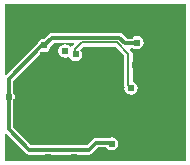
<source format=gbl>
G04*
G04 #@! TF.GenerationSoftware,Altium Limited,Altium Designer,19.0.15 (446)*
G04*
G04 Layer_Physical_Order=4*
G04 Layer_Color=16711680*
%FSLAX24Y24*%
%MOIN*%
G70*
G01*
G75*
%ADD13C,0.0079*%
%ADD42C,0.0240*%
%ADD43C,0.0118*%
G36*
X3214Y-2230D02*
X-2820D01*
Y-1328D01*
X-2770Y-1308D01*
X-2113Y-1965D01*
X-2060Y-2000D01*
X-1998Y-2012D01*
X-2D01*
X61Y-2000D01*
X113Y-1965D01*
X303Y-1774D01*
X564D01*
X589Y-1812D01*
X662Y-1861D01*
X748Y-1878D01*
X834Y-1861D01*
X907Y-1812D01*
X955Y-1739D01*
X972Y-1654D01*
X955Y-1568D01*
X907Y-1495D01*
X834Y-1446D01*
X748Y-1429D01*
X662Y-1446D01*
X657Y-1450D01*
X236D01*
X174Y-1462D01*
X122Y-1498D01*
X-69Y-1688D01*
X-1931D01*
X-2525Y-1094D01*
Y-262D01*
X-2480Y-194D01*
X-2463Y-108D01*
X-2480Y-22D01*
X-2525Y45D01*
Y427D01*
X-1543Y1409D01*
X-1496Y1400D01*
X-1410Y1417D01*
X-1337Y1465D01*
X-1289Y1538D01*
X-1273Y1618D01*
X-1171Y1720D01*
X-515D01*
X-496Y1673D01*
X-560Y1609D01*
X-574Y1589D01*
X-633Y1588D01*
X-639Y1596D01*
X-711Y1644D01*
X-797Y1661D01*
X-883Y1644D01*
X-956Y1596D01*
X-1004Y1523D01*
X-1022Y1437D01*
X-1004Y1351D01*
X-956Y1278D01*
X-883Y1230D01*
X-797Y1213D01*
X-711Y1230D01*
X-704Y1235D01*
X-642Y1216D01*
X-609Y1166D01*
X-536Y1118D01*
X-450Y1101D01*
X-364Y1118D01*
X-291Y1166D01*
X-243Y1239D01*
X-226Y1325D01*
X-243Y1411D01*
X-288Y1479D01*
X-185Y1582D01*
X874Y1582D01*
X1164Y1292D01*
Y290D01*
X1175Y235D01*
X1182Y226D01*
X1176Y196D01*
X1193Y110D01*
X1241Y37D01*
X1314Y-11D01*
X1400Y-28D01*
X1486Y-11D01*
X1559Y37D01*
X1607Y110D01*
X1624Y196D01*
X1607Y282D01*
X1559Y355D01*
X1486Y403D01*
X1448Y411D01*
Y1351D01*
X1437Y1406D01*
X1407Y1452D01*
X1372Y1487D01*
X1391Y1533D01*
X1467D01*
X1504Y1508D01*
X1590Y1491D01*
X1676Y1508D01*
X1749Y1556D01*
X1797Y1629D01*
X1814Y1715D01*
X1797Y1801D01*
X1749Y1874D01*
X1676Y1922D01*
X1590Y1939D01*
X1504Y1922D01*
X1431Y1874D01*
X1420Y1857D01*
X1260D01*
X1121Y1996D01*
X1068Y2032D01*
X1006Y2044D01*
X-1238D01*
X-1300Y2032D01*
X-1353Y1996D01*
X-1502Y1847D01*
X-1582Y1831D01*
X-1655Y1783D01*
X-1703Y1710D01*
X-1704Y1707D01*
X-2770Y640D01*
X-2820Y661D01*
Y3017D01*
X3214D01*
Y-2230D01*
D02*
G37*
D13*
X-244Y1724D02*
X933Y1724D01*
X1306Y290D02*
X1400Y196D01*
X1306Y290D02*
Y1351D01*
X933Y1724D02*
X1306Y1351D01*
X-460Y1345D02*
Y1508D01*
X-244Y1724D01*
D42*
X-492Y-1329D02*
D03*
Y-2106D02*
D03*
X-984Y-984D02*
D03*
X-1506Y-719D02*
D03*
X-797Y1437D02*
D03*
X-1370Y-2110D02*
D03*
X1360D02*
D03*
X1760Y-641D02*
D03*
X2440Y0D02*
D03*
X2120Y405D02*
D03*
X1368Y1939D02*
D03*
X1400Y196D02*
D03*
X1590Y1715D02*
D03*
X1530Y979D02*
D03*
X2410Y1431D02*
D03*
X-150Y1375D02*
D03*
X-450Y1325D02*
D03*
X3091Y1939D02*
D03*
X1998Y-1348D02*
D03*
X3091Y-2106D02*
D03*
X2254Y2894D02*
D03*
X2697Y30D02*
D03*
Y-659D02*
D03*
X-1496Y1624D02*
D03*
X3091Y-1348D02*
D03*
X1998Y-2106D02*
D03*
X1063Y-1063D02*
D03*
X1367Y-1634D02*
D03*
X472Y-1850D02*
D03*
X728Y-2106D02*
D03*
X748Y-1654D02*
D03*
X-2687Y-108D02*
D03*
X3091Y-659D02*
D03*
X2203Y-657D02*
D03*
X3091Y30D02*
D03*
X433Y-433D02*
D03*
X0D02*
D03*
X-433D02*
D03*
X433Y0D02*
D03*
X0D02*
D03*
X-433D02*
D03*
X433Y433D02*
D03*
X0D02*
D03*
X-433D02*
D03*
X3091Y2894D02*
D03*
X1407D02*
D03*
X-1526Y1319D02*
D03*
X-2697Y2894D02*
D03*
X-1220D02*
D03*
X305D02*
D03*
X-2697Y-1555D02*
D03*
Y1437D02*
D03*
X3100Y1043D02*
D03*
X-2697Y-2106D02*
D03*
X-2402Y1929D02*
D03*
X-2087D02*
D03*
X-2431Y-709D02*
D03*
X-2431Y-276D02*
D03*
X-1220Y2244D02*
D03*
X39Y2451D02*
D03*
X344Y2126D02*
D03*
D43*
X1193Y1695D02*
X1600D01*
X-2687Y-1161D02*
X-1998Y-1850D01*
X-2D01*
X236Y-1612D01*
X-1238Y1882D02*
X1006D01*
X1193Y1695D01*
X-1496Y1624D02*
X-1238Y1882D01*
X-1557Y1624D02*
X-1496D01*
X-2687Y494D02*
X-1557Y1624D01*
X-2687Y-108D02*
Y494D01*
Y-1161D02*
Y-108D01*
X236Y-1612D02*
X707D01*
X748Y-1654D01*
M02*

</source>
